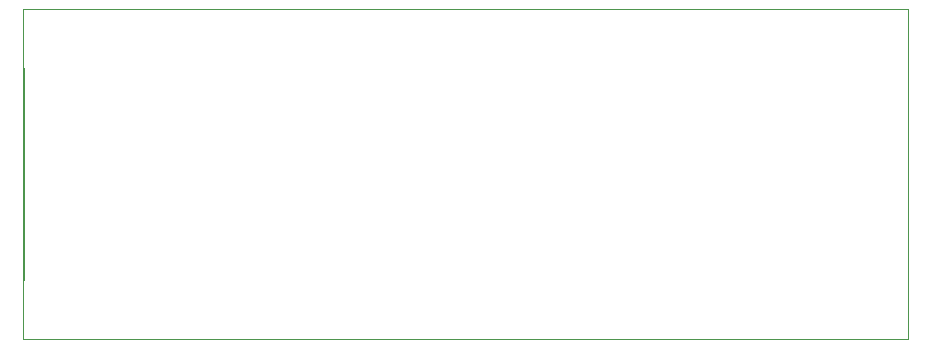
<source format=gbr>
%TF.GenerationSoftware,KiCad,Pcbnew,7.0.9*%
%TF.CreationDate,2024-01-28T22:41:43+11:00*%
%TF.ProjectId,power-module,706f7765-722d-46d6-9f64-756c652e6b69,rev?*%
%TF.SameCoordinates,Original*%
%TF.FileFunction,Profile,NP*%
%FSLAX46Y46*%
G04 Gerber Fmt 4.6, Leading zero omitted, Abs format (unit mm)*
G04 Created by KiCad (PCBNEW 7.0.9) date 2024-01-28 22:41:43*
%MOMM*%
%LPD*%
G01*
G04 APERTURE LIST*
%TA.AperFunction,Profile*%
%ADD10C,0.100000*%
%TD*%
%TA.AperFunction,Profile*%
%ADD11C,0.120000*%
%TD*%
G04 APERTURE END LIST*
D10*
X111125000Y-43180000D02*
X186055000Y-43180000D01*
X186055000Y-71120000D01*
X111125000Y-71120000D01*
X111125000Y-43180000D01*
D11*
%TO.C,J1*%
X111245000Y-48150000D02*
X111245000Y-66150000D01*
%TD*%
M02*

</source>
